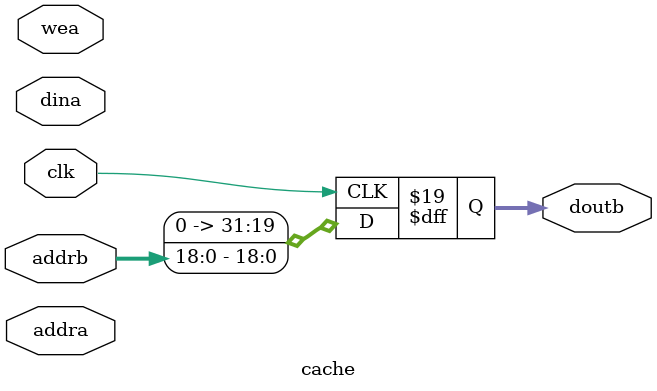
<source format=v>
module cache #(
  parameter DATA_WIDTH=32,                 //width of data bus
  parameter ADDR_WIDTH=19                  //width of addresses buses
)(
  input      [DATA_WIDTH-1:0] dina,       //data to be written
  input      [ADDR_WIDTH-1:0] addrb,  //address for read operation
  input      [ADDR_WIDTH-1:0] addra, //address for write operation
  input                       wea,         //write enable signal
  input                       clk,  //clock signal for write operation
  output reg [DATA_WIDTH-1:0] doutb           //read data
);
    
  reg [DATA_WIDTH-1:0] ram [2**ADDR_WIDTH-1:0]; // ** is exponentiation
    
  always @(posedge clk) begin //WRITE
    if (wea) begin 
      ram[addra] <= dina;
    end
  end
    
  always @(posedge clk) begin //READ
    doutb <= addrb;//ram[addrb];
  end
    
endmodule

</source>
